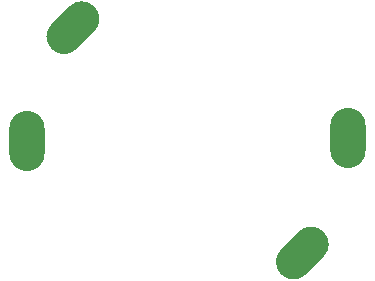
<source format=gbr>
%TF.GenerationSoftware,KiCad,Pcbnew,(5.1.9)-1*%
%TF.CreationDate,2022-03-15T15:55:04-05:00*%
%TF.ProjectId,ArmMotorPCBJ4,41726d4d-6f74-46f7-9250-43424a342e6b,rev?*%
%TF.SameCoordinates,Original*%
%TF.FileFunction,Paste,Top*%
%TF.FilePolarity,Positive*%
%FSLAX46Y46*%
G04 Gerber Fmt 4.6, Leading zero omitted, Abs format (unit mm)*
G04 Created by KiCad (PCBNEW (5.1.9)-1) date 2022-03-15 15:55:04*
%MOMM*%
%LPD*%
G01*
G04 APERTURE LIST*
%ADD10O,3.000000X5.100000*%
G04 APERTURE END LIST*
%TO.C,TP1*%
G36*
G01*
X138533307Y-73402392D02*
X137048381Y-74887318D01*
G75*
G02*
X134927063Y-74887318I-1060659J1060659D01*
G01*
X134927063Y-74887318D01*
G75*
G02*
X134927063Y-72766000I1060659J1060659D01*
G01*
X136411989Y-71281074D01*
G75*
G02*
X138533307Y-71281074I1060659J-1060659D01*
G01*
X138533307Y-71281074D01*
G75*
G02*
X138533307Y-73402392I-1060659J-1060659D01*
G01*
G37*
%TD*%
%TO.C,TP2*%
G36*
G01*
X115506233Y-53693068D02*
X116991159Y-52208142D01*
G75*
G02*
X119112477Y-52208142I1060659J-1060659D01*
G01*
X119112477Y-52208142D01*
G75*
G02*
X119112477Y-54329460I-1060659J-1060659D01*
G01*
X117627551Y-55814386D01*
G75*
G02*
X115506233Y-55814386I-1060659J1060659D01*
G01*
X115506233Y-55814386D01*
G75*
G02*
X115506233Y-53693068I1060659J1060659D01*
G01*
G37*
%TD*%
D10*
%TO.C,TP2*%
X140609600Y-63377000D03*
%TD*%
%TO.C,TP1*%
X113390400Y-63623000D03*
%TD*%
M02*

</source>
